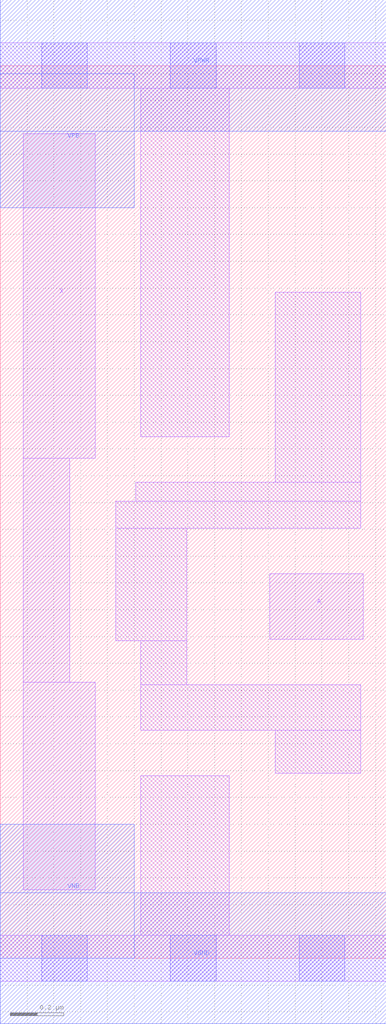
<source format=lef>
# Copyright 2020 The SkyWater PDK Authors
#
# Licensed under the Apache License, Version 2.0 (the "License");
# you may not use this file except in compliance with the License.
# You may obtain a copy of the License at
#
#     https://www.apache.org/licenses/LICENSE-2.0
#
# Unless required by applicable law or agreed to in writing, software
# distributed under the License is distributed on an "AS IS" BASIS,
# WITHOUT WARRANTIES OR CONDITIONS OF ANY KIND, either express or implied.
# See the License for the specific language governing permissions and
# limitations under the License.
#
# SPDX-License-Identifier: Apache-2.0

VERSION 5.5 ;
NAMESCASESENSITIVE ON ;
BUSBITCHARS "[]" ;
DIVIDERCHAR "/" ;
MACRO sky130_fd_sc_lp__buf_1
  CLASS CORE ;
  SOURCE USER ;
  ORIGIN  0.000000  0.000000 ;
  SIZE  1.440000 BY  3.330000 ;
  SYMMETRY X Y R90 ;
  SITE unit ;
  PIN A
    ANTENNAGATEAREA  0.159000 ;
    DIRECTION INPUT ;
    USE SIGNAL ;
    PORT
      LAYER li1 ;
        RECT 1.005000 1.190000 1.355000 1.435000 ;
    END
  END A
  PIN X
    ANTENNADIFFAREA  0.556500 ;
    DIRECTION OUTPUT ;
    USE SIGNAL ;
    PORT
      LAYER li1 ;
        RECT 0.085000 0.255000 0.355000 1.030000 ;
        RECT 0.085000 1.030000 0.260000 1.865000 ;
        RECT 0.085000 1.865000 0.355000 3.075000 ;
    END
  END X
  PIN VGND
    DIRECTION INOUT ;
    USE GROUND ;
    PORT
      LAYER met1 ;
        RECT 0.000000 -0.245000 1.440000 0.245000 ;
    END
  END VGND
  PIN VNB
    DIRECTION INOUT ;
    USE GROUND ;
    PORT
      LAYER met1 ;
        RECT 0.000000 0.000000 0.500000 0.500000 ;
    END
  END VNB
  PIN VPB
    DIRECTION INOUT ;
    USE POWER ;
    PORT
      LAYER met1 ;
        RECT 0.000000 2.800000 0.500000 3.300000 ;
    END
  END VPB
  PIN VPWR
    DIRECTION INOUT ;
    USE POWER ;
    PORT
      LAYER met1 ;
        RECT 0.000000 3.085000 1.440000 3.575000 ;
    END
  END VPWR
  OBS
    LAYER li1 ;
      RECT 0.000000 -0.085000 1.440000 0.085000 ;
      RECT 0.000000  3.245000 1.440000 3.415000 ;
      RECT 0.430000  1.185000 0.695000 1.605000 ;
      RECT 0.430000  1.605000 1.345000 1.705000 ;
      RECT 0.505000  1.705000 1.345000 1.775000 ;
      RECT 0.525000  0.085000 0.855000 0.680000 ;
      RECT 0.525000  0.850000 1.345000 1.020000 ;
      RECT 0.525000  1.020000 0.695000 1.185000 ;
      RECT 0.525000  1.945000 0.855000 3.245000 ;
      RECT 1.025000  0.690000 1.345000 0.850000 ;
      RECT 1.025000  1.775000 1.345000 2.485000 ;
    LAYER mcon ;
      RECT 0.155000 -0.085000 0.325000 0.085000 ;
      RECT 0.155000  3.245000 0.325000 3.415000 ;
      RECT 0.635000 -0.085000 0.805000 0.085000 ;
      RECT 0.635000  3.245000 0.805000 3.415000 ;
      RECT 1.115000 -0.085000 1.285000 0.085000 ;
      RECT 1.115000  3.245000 1.285000 3.415000 ;
  END
END sky130_fd_sc_lp__buf_1
END LIBRARY

</source>
